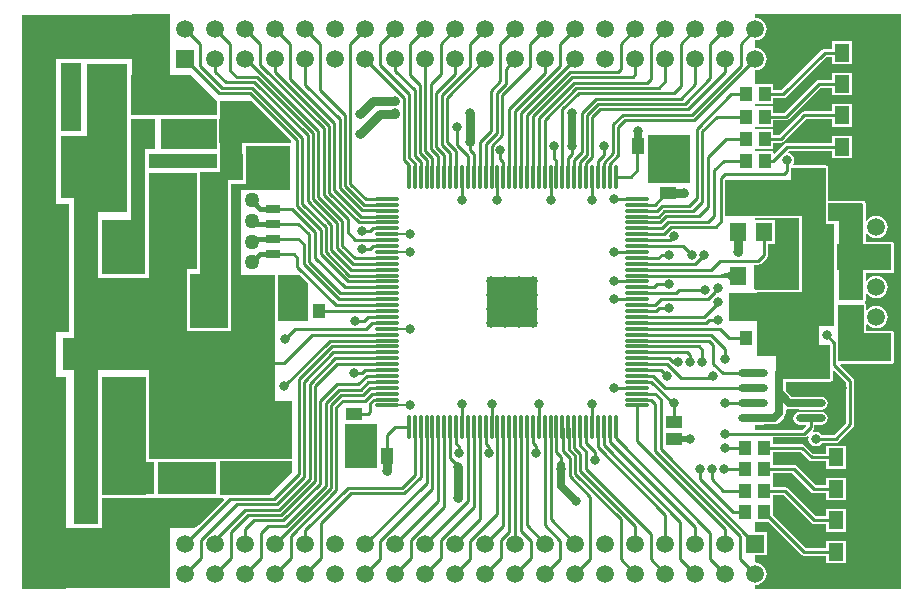
<source format=gtl>
%FSLAX24Y24*%
%MOIN*%
G70*
G01*
G75*
G04 Layer_Physical_Order=1*
G04 Layer_Color=255*
%ADD10C,0.0100*%
%ADD11R,0.0512X0.0394*%
%ADD12O,0.0984X0.0276*%
%ADD13R,0.0394X0.0512*%
%ADD14R,0.0551X0.0433*%
%ADD15R,0.0433X0.0551*%
%ADD16R,0.0512X0.0591*%
%ADD17R,0.1299X0.1063*%
%ADD18R,0.0394X0.1063*%
%ADD19R,0.0472X0.0551*%
%ADD20R,0.0551X0.0630*%
%ADD21R,0.0500X0.0300*%
%ADD22O,0.0118X0.0827*%
%ADD23O,0.0827X0.0118*%
%ADD24R,0.1693X0.1693*%
%ADD25C,0.0200*%
%ADD26C,0.0300*%
%ADD27C,0.0250*%
%ADD28C,0.0600*%
%ADD29C,0.0400*%
%ADD30C,0.0150*%
%ADD31C,0.0079*%
%ADD32R,0.1830X0.1120*%
%ADD33R,0.2080X0.2124*%
%ADD34R,0.0790X0.5280*%
%ADD35R,0.0810X0.1960*%
%ADD36R,0.1310X0.3350*%
%ADD37R,0.1010X0.0210*%
%ADD38R,0.1490X0.1470*%
%ADD39R,0.0370X0.4820*%
%ADD40R,0.0770X0.0910*%
%ADD41R,0.0920X0.5210*%
%ADD42R,0.1260X0.1830*%
%ADD43R,0.1490X0.6150*%
%ADD44R,0.3870X0.4260*%
%ADD45R,0.1270X0.5300*%
%ADD46R,0.1950X0.1110*%
%ADD47R,0.2270X0.0510*%
%ADD48R,0.0780X0.2500*%
%ADD49R,0.1520X0.0820*%
%ADD50R,0.1890X0.1040*%
%ADD51R,0.3710X0.3070*%
%ADD52R,0.1740X0.1110*%
%ADD53R,0.1460X0.3920*%
%ADD54R,0.2270X0.3010*%
%ADD55R,0.0820X0.6210*%
%ADD56R,0.0810X0.5750*%
%ADD57R,0.1610X0.3230*%
%ADD58R,0.0810X0.1040*%
%ADD59R,0.0470X0.5180*%
%ADD60R,0.1430X0.1840*%
%ADD61R,0.1550X0.2090*%
%ADD62R,0.1370X0.4960*%
%ADD63R,0.0720X0.4310*%
%ADD64R,0.4940X0.1510*%
%ADD65R,0.0710X0.2250*%
%ADD66R,0.4950X0.2010*%
%ADD67R,0.1150X1.2100*%
%ADD68R,0.1490X0.7050*%
%ADD69R,0.0640X0.1540*%
%ADD70R,0.1130X0.1610*%
%ADD71R,0.3340X0.1210*%
%ADD72R,0.1110X0.1490*%
%ADD73R,0.1390X0.1590*%
%ADD74R,0.3241X0.0974*%
%ADD75R,0.1470X0.0847*%
%ADD76R,0.1260X0.9560*%
%ADD77R,0.1100X0.3420*%
%ADD78R,0.1180X0.0590*%
%ADD79R,0.0830X0.3230*%
%ADD80R,0.1820X0.0900*%
%ADD81R,0.0850X0.1900*%
%ADD82R,0.1770X0.0950*%
%ADD83R,0.0591X0.0591*%
%ADD84C,0.0591*%
%ADD85R,0.0591X0.0591*%
%ADD86C,0.0320*%
%ADD87C,0.0500*%
G36*
X9620Y10304D02*
Y9020D01*
X8650D01*
Y10570D01*
X9354D01*
X9620Y10304D01*
D02*
G37*
G36*
X26010Y12280D02*
Y10054D01*
X24540D01*
Y10897D01*
X24639D01*
X24689Y10907D01*
X24732Y10936D01*
X24927Y11132D01*
X24956Y11174D01*
X24956Y11174D01*
X24956Y11174D01*
X24966Y11225D01*
Y11595D01*
X25189D01*
Y12382D01*
X24540D01*
Y12450D01*
X26010D01*
Y12280D01*
D02*
G37*
G36*
X8210Y15889D02*
X9060Y15040D01*
Y14940D01*
X7570D01*
X7569Y14940D01*
X6690D01*
Y15760D01*
X6690Y15761D01*
Y16150D01*
X6690Y16151D01*
Y16340D01*
X6690Y16340D01*
X7760D01*
X8210Y15889D01*
D02*
G37*
G36*
X6828Y3064D02*
X5993Y2229D01*
X5840Y2110D01*
X2780D01*
Y3110D01*
X6809D01*
X6828Y3064D01*
D02*
G37*
G36*
X9090Y3980D02*
X8340Y3230D01*
X6690D01*
Y4340D01*
X9090D01*
Y3980D01*
D02*
G37*
G36*
X27577Y6977D02*
Y5633D01*
X27166Y5221D01*
X26759D01*
X26732Y5262D01*
X26653Y5315D01*
X26560Y5333D01*
X26481Y5318D01*
X26457Y5362D01*
X26477Y5382D01*
X26506Y5424D01*
X26506Y5424D01*
X26506Y5424D01*
X26516Y5475D01*
Y5559D01*
X26739D01*
X26823Y5576D01*
X26895Y5624D01*
X26943Y5696D01*
X26960Y5780D01*
X26943Y5864D01*
X26895Y5936D01*
X26823Y5984D01*
X26739Y6001D01*
X26030D01*
X25946Y5984D01*
X25874Y5936D01*
X25826Y5864D01*
X25809Y5780D01*
X25826Y5696D01*
X25874Y5624D01*
X25946Y5576D01*
X26030Y5559D01*
X26218D01*
X26237Y5513D01*
X26126Y5401D01*
X24540D01*
Y5559D01*
X24810D01*
X24875Y5572D01*
X25180D01*
X25259Y5588D01*
X25327Y5633D01*
X25327Y5633D01*
X25327Y5633D01*
X25497Y5803D01*
X25497Y5803D01*
X25542Y5871D01*
X25558Y5950D01*
Y6065D01*
X25601Y6088D01*
X25680Y6072D01*
X25965D01*
X26030Y6059D01*
X26739D01*
X26823Y6076D01*
X26895Y6124D01*
X26943Y6196D01*
X26960Y6280D01*
X26943Y6364D01*
X26895Y6436D01*
X26823Y6484D01*
X26739Y6501D01*
X26030D01*
X25965Y6488D01*
X25766D01*
X25558Y6696D01*
Y7000D01*
X27050D01*
X27081Y7006D01*
X27107Y7023D01*
X27124Y7049D01*
X27130Y7080D01*
Y7359D01*
X27176Y7378D01*
X27577Y6977D01*
D02*
G37*
G36*
X29400Y100D02*
X24540D01*
Y214D01*
X24550Y223D01*
X24648Y236D01*
X24739Y273D01*
X24817Y333D01*
X24877Y411D01*
X24914Y502D01*
X24927Y600D01*
X24914Y698D01*
X24877Y789D01*
X24817Y867D01*
X24739Y927D01*
X24648Y964D01*
X24550Y977D01*
X24540Y986D01*
Y1226D01*
X24924D01*
Y1974D01*
X24540D01*
Y2315D01*
X24540D01*
X24569D01*
X24575Y2315D01*
X24575Y2315D01*
Y2315D01*
X24994D01*
X26075Y1234D01*
X26100Y1217D01*
X26118Y1206D01*
X26168Y1196D01*
X26891D01*
Y953D01*
X27561D01*
Y1701D01*
X26891D01*
Y1458D01*
X26222D01*
X25121Y2560D01*
Y2985D01*
D01*
Y2985D01*
X25121Y2985D01*
Y3032D01*
X25121D01*
Y3235D01*
X25469D01*
X26422Y2282D01*
X26464Y2254D01*
X26464Y2254D01*
X26464Y2254D01*
D01*
X26464Y2254D01*
X26464Y2254D01*
X26515Y2244D01*
X26891D01*
Y2001D01*
X27561D01*
Y2749D01*
X26891D01*
Y2507D01*
X26569D01*
X25616Y3459D01*
X25574Y3488D01*
X25523Y3498D01*
X25121D01*
Y3701D01*
D01*
Y3701D01*
X25121Y3701D01*
Y3749D01*
X25121D01*
Y3952D01*
X25782D01*
X26404Y3331D01*
X26446Y3302D01*
X26497Y3292D01*
X26891D01*
Y3049D01*
X27561D01*
Y3797D01*
X26891D01*
Y3555D01*
X26551D01*
X25929Y4176D01*
X25887Y4205D01*
X25837Y4215D01*
X25121D01*
Y4418D01*
D01*
Y4418D01*
X25121Y4418D01*
Y4465D01*
X25121D01*
Y4669D01*
X26036D01*
X26326Y4379D01*
X26368Y4350D01*
X26419Y4340D01*
X26891D01*
Y4097D01*
X27561D01*
Y4845D01*
X26891D01*
Y4603D01*
X26473D01*
X26183Y4893D01*
X26140Y4921D01*
X26090Y4931D01*
X25121D01*
Y5103D01*
X25121Y5103D01*
D01*
D01*
X25121Y5135D01*
D01*
X25125Y5139D01*
X26180D01*
X26230Y5149D01*
X26273Y5177D01*
X26288Y5193D01*
X26332Y5169D01*
X26317Y5090D01*
X26335Y4997D01*
X26388Y4918D01*
X26467Y4865D01*
X26560Y4847D01*
X26653Y4865D01*
X26732Y4918D01*
X26759Y4959D01*
X27220D01*
X27270Y4969D01*
X27313Y4997D01*
X27802Y5486D01*
X27830Y5529D01*
X27840Y5579D01*
Y7031D01*
X27830Y7081D01*
X27802Y7124D01*
X27382Y7544D01*
X27401Y7590D01*
X29080D01*
X29111Y7596D01*
X29137Y7613D01*
X29154Y7639D01*
X29160Y7670D01*
Y8620D01*
X29154Y8651D01*
X29137Y8677D01*
X29111Y8694D01*
X29080Y8700D01*
X28240D01*
Y8901D01*
X28288Y8917D01*
X28313Y8883D01*
X28391Y8823D01*
X28482Y8786D01*
X28580Y8773D01*
X28678Y8786D01*
X28769Y8823D01*
X28847Y8883D01*
X28907Y8961D01*
X28944Y9052D01*
X28957Y9150D01*
X28944Y9248D01*
X28907Y9339D01*
X28847Y9417D01*
X28769Y9477D01*
X28678Y9514D01*
X28580Y9527D01*
X28482Y9514D01*
X28391Y9477D01*
X28313Y9417D01*
X28288Y9383D01*
X28240Y9399D01*
Y9570D01*
X28234Y9601D01*
X28217Y9627D01*
X28215Y9628D01*
X28206Y9677D01*
X28214Y9689D01*
X28220Y9720D01*
Y9927D01*
X28268Y9943D01*
X28313Y9883D01*
X28391Y9823D01*
X28482Y9786D01*
X28580Y9773D01*
X28678Y9786D01*
X28769Y9823D01*
X28847Y9883D01*
X28907Y9961D01*
X28944Y10052D01*
X28957Y10150D01*
X28944Y10248D01*
X28907Y10339D01*
X28847Y10417D01*
X28769Y10477D01*
X28678Y10514D01*
X28580Y10527D01*
X28482Y10514D01*
X28391Y10477D01*
X28313Y10417D01*
X28268Y10357D01*
X28220Y10373D01*
Y10610D01*
X29090D01*
X29121Y10616D01*
X29147Y10633D01*
X29164Y10659D01*
X29170Y10690D01*
Y11590D01*
X29164Y11621D01*
X29147Y11647D01*
X29121Y11664D01*
X29090Y11670D01*
X28220D01*
Y11927D01*
X28268Y11943D01*
X28313Y11883D01*
X28391Y11823D01*
X28482Y11786D01*
X28580Y11773D01*
X28678Y11786D01*
X28769Y11823D01*
X28847Y11883D01*
X28907Y11961D01*
X28944Y12052D01*
X28957Y12150D01*
X28944Y12248D01*
X28907Y12339D01*
X28847Y12417D01*
X28769Y12477D01*
X28678Y12514D01*
X28580Y12527D01*
X28482Y12514D01*
X28391Y12477D01*
X28313Y12417D01*
X28268Y12357D01*
X28220Y12373D01*
Y12950D01*
X28214Y12981D01*
X28197Y13007D01*
X28171Y13024D01*
X28140Y13030D01*
X26960D01*
Y14140D01*
X26954Y14171D01*
X26937Y14197D01*
X26911Y14214D01*
X26880Y14220D01*
X25827D01*
X25803Y14264D01*
X25825Y14297D01*
X25843Y14390D01*
X25825Y14483D01*
X25772Y14562D01*
X25693Y14615D01*
X25651Y14623D01*
X25641Y14657D01*
X25671Y14697D01*
X27091D01*
Y14455D01*
X27761D01*
Y15203D01*
X27091D01*
Y14960D01*
X25609D01*
X25558Y14950D01*
X25516Y14921D01*
X25187Y14592D01*
X25141Y14612D01*
Y14685D01*
X24589D01*
Y14685D01*
X24575D01*
X24540Y14720D01*
Y14759D01*
X24589D01*
Y14759D01*
X25141D01*
Y14962D01*
X25393D01*
X25444Y14972D01*
X25486Y15001D01*
X26229Y15744D01*
X27091D01*
Y15501D01*
X27761D01*
Y16249D01*
X27091D01*
Y16006D01*
X26175D01*
X26125Y15996D01*
X26082Y15968D01*
X25339Y15225D01*
X25141D01*
Y15428D01*
X24589D01*
Y15428D01*
X24575D01*
X24540Y15463D01*
Y15502D01*
X24589D01*
Y15502D01*
X25141D01*
Y15705D01*
X25567D01*
X25617Y15715D01*
X25659Y15744D01*
X26706Y16790D01*
X27091D01*
Y16547D01*
X27761D01*
Y17295D01*
X27091D01*
Y17053D01*
X26651D01*
X26601Y17043D01*
X26559Y17014D01*
X25512Y15968D01*
X25141D01*
Y16171D01*
X24589D01*
Y16171D01*
X24575D01*
X24540Y16207D01*
Y16245D01*
X24589D01*
Y16245D01*
X25141D01*
Y16449D01*
X25470D01*
X25520Y16459D01*
X25563Y16487D01*
X26912Y17837D01*
X27091D01*
Y17594D01*
X27761D01*
Y18342D01*
X27091D01*
Y18099D01*
X26858D01*
X26808Y18089D01*
X26765Y18061D01*
X25416Y16711D01*
X25141D01*
Y16915D01*
X24589D01*
Y16915D01*
X24575D01*
X24540Y16950D01*
Y17364D01*
X24550Y17373D01*
X24648Y17386D01*
X24739Y17423D01*
X24817Y17483D01*
X24877Y17561D01*
X24914Y17652D01*
X24927Y17750D01*
X24914Y17848D01*
X24877Y17939D01*
X24817Y18017D01*
X24739Y18077D01*
X24648Y18114D01*
X24550Y18127D01*
X24540Y18136D01*
Y18364D01*
X24550Y18373D01*
X24648Y18386D01*
X24739Y18423D01*
X24817Y18483D01*
X24877Y18561D01*
X24914Y18652D01*
X24927Y18750D01*
X24914Y18848D01*
X24877Y18939D01*
X24817Y19017D01*
X24739Y19077D01*
X24648Y19114D01*
X24550Y19127D01*
X24540Y19136D01*
Y19250D01*
X29400D01*
Y100D01*
D02*
G37*
G36*
X6610Y16340D02*
Y16151D01*
X6610Y16150D01*
Y15900D01*
X3730D01*
Y17230D01*
X5720D01*
X6610Y16340D01*
D02*
G37*
%LPC*%
G36*
X4670Y16713D02*
Y16530D01*
X4853D01*
X4845Y16573D01*
X4792Y16652D01*
X4713Y16705D01*
X4670Y16713D01*
D02*
G37*
G36*
X4570D02*
X4527Y16705D01*
X4448Y16652D01*
X4395Y16573D01*
X4387Y16530D01*
X4570D01*
Y16713D01*
D02*
G37*
G36*
Y16430D02*
X4387D01*
X4395Y16387D01*
X4448Y16308D01*
X4527Y16255D01*
X4570Y16247D01*
Y16430D01*
D02*
G37*
G36*
X4853D02*
X4670D01*
Y16247D01*
X4713Y16255D01*
X4792Y16308D01*
X4845Y16387D01*
X4853Y16430D01*
D02*
G37*
%LPD*%
D10*
X23880Y10447D02*
G03*
X23665Y10536I-214J-214D01*
G01*
X23809Y10376D02*
G03*
X23424Y10536I-385J-385D01*
G01*
X23665D02*
G03*
X23880Y10625I0J303D01*
G01*
X23424Y10536D02*
G03*
X23809Y10695I0J545D01*
G01*
X9206Y8746D02*
X11556D01*
X8870Y8410D02*
X9206Y8746D01*
X9777Y8567D02*
X12267D01*
X8840Y7630D02*
X9777Y8567D01*
X10600Y7589D02*
X12261D01*
X9866Y6855D02*
X10600Y7589D01*
X9866Y3678D02*
Y6855D01*
X10538Y7780D02*
X12267D01*
X9687Y6929D02*
X10538Y7780D01*
X9687Y3757D02*
Y6929D01*
X10482Y7977D02*
X12267D01*
X9509Y7003D02*
X10482Y7977D01*
X9509Y3831D02*
Y7003D01*
X10426Y8174D02*
X12267D01*
X9330Y7077D02*
X10426Y8174D01*
X9330Y3920D02*
Y7077D01*
X10370Y8370D02*
X12267D01*
X8840Y6840D02*
X10370Y8370D01*
X22130Y11520D02*
X22420Y11230D01*
X20613Y11520D02*
X22130D01*
X20613Y10930D02*
X22550D01*
X22850Y11230D01*
X23359Y11029D02*
X24639D01*
X23063Y10733D02*
X23359Y11029D01*
X20613Y10733D02*
X23063D01*
X23010Y9060D02*
X23310D01*
X22911Y8961D02*
X23010Y9060D01*
X20613Y8961D02*
X22911D01*
X22067Y7130D02*
X23090D01*
X21614Y7583D02*
X22067Y7130D01*
X20613Y7583D02*
X21614D01*
X21790Y7660D02*
X21980D01*
X21670Y7780D02*
X21790Y7660D01*
X20613Y7780D02*
X21670D01*
X25609Y14829D02*
X27426D01*
X25130Y14350D02*
X25609Y14829D01*
X24865Y14350D02*
X25130D01*
X25600Y14010D02*
Y14400D01*
X25510Y13920D02*
X25600Y14010D01*
X23530Y13920D02*
X25510D01*
X26175Y15875D02*
X27426D01*
X25393Y15093D02*
X26175Y15875D01*
X24865Y15093D02*
X25393D01*
X23410Y13800D02*
X23530Y13920D01*
X23410Y12340D02*
Y13800D01*
X21206Y12898D02*
X21650Y13342D01*
X26651Y16921D02*
X27426D01*
X25567Y15837D02*
X26651Y16921D01*
X24865Y15837D02*
X25567D01*
X26858Y17968D02*
X27426D01*
X25470Y16580D02*
X26858Y17968D01*
X24865Y16580D02*
X25470D01*
X22600Y13130D02*
Y15430D01*
X22334Y12864D02*
X22600Y13130D01*
X21424Y12864D02*
X22334D01*
X22475Y12685D02*
X22779Y12989D01*
Y15356D01*
X23259Y15837D01*
X22600Y15430D02*
X23750Y16580D01*
X21498Y12685D02*
X22475D01*
X22980Y12810D02*
Y14490D01*
X22676Y12506D02*
X22980Y12810D01*
X21572Y12506D02*
X22676D01*
X23583Y15093D02*
X24235D01*
X22980Y14490D02*
X23583Y15093D01*
X23180Y12530D02*
Y14040D01*
X22977Y12327D02*
X23180Y12530D01*
X21646Y12327D02*
X22977D01*
X23490Y14350D02*
X24235D01*
X23180Y14040D02*
X23490Y14350D01*
X23219Y12149D02*
X23410Y12340D01*
X21720Y12149D02*
X23219D01*
X26560Y5090D02*
X27220D01*
X20613Y14043D02*
Y14860D01*
X20197Y15717D02*
X22517D01*
X20123Y15896D02*
X22436D01*
X19375Y16075D02*
X22295D01*
X19301Y16254D02*
X22184D01*
X19227Y16432D02*
X22052D01*
X18651Y16611D02*
X21831D01*
X21320Y16790D02*
X21550Y17020D01*
X18577Y16790D02*
X21320D01*
X20928Y16968D02*
X21060Y17100D01*
X18503Y16968D02*
X20928D01*
X20457Y17147D02*
X20550Y17240D01*
X18429Y17147D02*
X20457D01*
X22517Y15717D02*
X24550Y17750D01*
X19966Y17326D02*
X20060Y17420D01*
X18355Y17326D02*
X19966D01*
X21831Y16611D02*
X22060Y16840D01*
X22052Y16432D02*
X22550Y16930D01*
X22184Y16254D02*
X23050Y17120D01*
X22295Y16075D02*
X23550Y17330D01*
X22436Y15896D02*
X24070Y17530D01*
X19980Y15500D02*
X20197Y15717D01*
X20550Y17240D02*
Y17750D01*
X20060Y17420D02*
Y18260D01*
X14964Y13823D02*
Y14531D01*
X14570Y13823D02*
Y14672D01*
X14373Y13823D02*
Y14616D01*
X14176Y13823D02*
Y14560D01*
X13979Y13823D02*
Y14505D01*
X13783Y13823D02*
Y14449D01*
X13586Y13823D02*
Y14393D01*
X13389Y13823D02*
Y14337D01*
X13192Y13823D02*
Y14281D01*
X13014Y14459D02*
X13192Y14281D01*
X13193Y14533D02*
X13389Y14337D01*
X13371Y14607D02*
X13586Y14393D01*
X13550Y14681D02*
X13783Y14449D01*
X13730Y14754D02*
X13979Y14505D01*
X13911Y14825D02*
X14176Y14560D01*
X14090Y14899D02*
X14373Y14616D01*
X14270Y14972D02*
X14570Y14672D01*
X14600Y14895D02*
X14964Y14531D01*
X13550Y14681D02*
Y17750D01*
X13371Y14607D02*
Y16899D01*
X13193Y14533D02*
Y16707D01*
X13014Y14459D02*
Y16576D01*
X14600Y14895D02*
Y15430D01*
X14270Y14972D02*
Y16470D01*
X14090Y14899D02*
Y16543D01*
X13911Y14825D02*
Y16617D01*
X13730Y14754D02*
Y16930D01*
X12995Y13823D02*
Y14225D01*
X12835Y14385D02*
X12995Y14225D01*
X12835Y14385D02*
Y16465D01*
X12040Y17550D02*
X13014Y16576D01*
X11609Y17691D02*
X12835Y16465D01*
X14600Y15430D02*
X14690Y15520D01*
X14600Y15480D02*
X14690D01*
X15357Y14977D02*
X15743Y15363D01*
X15357Y13823D02*
Y14977D01*
X15554Y14921D02*
X15921Y15288D01*
X15554Y13823D02*
Y14921D01*
X15751Y14865D02*
X16100Y15214D01*
X15751Y13823D02*
Y14865D01*
X16100Y15214D02*
Y16549D01*
X15921Y15288D02*
Y16623D01*
X15743Y15363D02*
Y16697D01*
X14690Y15480D02*
Y15520D01*
X15160Y13823D02*
Y14590D01*
X15020Y14730D02*
X15160Y14590D01*
X15020Y14730D02*
Y15000D01*
X14270Y16470D02*
X15550Y17750D01*
X12550Y17350D02*
X13193Y16707D01*
X12040Y17550D02*
Y18240D01*
X12550Y17350D02*
Y17750D01*
X13730Y16930D02*
X14070Y17270D01*
X13911Y16617D02*
X14550Y17256D01*
X14090Y16543D02*
X15050Y17503D01*
X14070Y18270D02*
X14550Y18750D01*
X14070Y17270D02*
Y18270D01*
X13050Y17220D02*
X13371Y16899D01*
X16050Y17005D02*
Y18250D01*
X15743Y16697D02*
X16050Y17005D01*
X16229Y16930D02*
Y17429D01*
X15921Y16623D02*
X16229Y16930D01*
X16100Y16549D02*
X17050Y17499D01*
X16229Y17429D02*
X16550Y17750D01*
X16342Y13823D02*
Y16071D01*
X17550Y17279D01*
X16538Y13823D02*
Y16015D01*
X18050Y17527D01*
X16726Y13832D02*
Y15950D01*
X18464Y17688D01*
X16924Y13832D02*
Y15895D01*
X18355Y17326D01*
X17129Y13823D02*
Y15847D01*
X18429Y17147D01*
X17335Y13832D02*
Y15800D01*
X18503Y16968D01*
X17523Y13823D02*
Y15735D01*
X18577Y16790D01*
X16050Y18250D02*
X16550Y18750D01*
X17050Y17499D02*
Y18250D01*
X11450Y7300D02*
X11536Y7386D01*
X11180Y7300D02*
X11450D01*
X12261Y7589D02*
X12267Y7583D01*
X11313Y6910D02*
X11592Y7189D01*
X11386Y6730D02*
X11648Y6993D01*
X12267D01*
X11457Y6549D02*
X11704Y6796D01*
X12267D01*
X11531Y6370D02*
X11760Y6599D01*
X12267D01*
X11700Y5990D02*
Y6280D01*
X11822Y6402D01*
X12267D01*
X10808Y6370D02*
X11531D01*
X10734Y6549D02*
X11457D01*
X10663Y6730D02*
X11386D01*
X10590Y6910D02*
X11313D01*
X8500Y3090D02*
X9330Y3920D01*
X7040Y3090D02*
X8500D01*
X8640Y2962D02*
X9509Y3831D01*
X8640Y2957D02*
Y2962D01*
X8594Y2911D02*
X8640Y2957D01*
X8819Y2888D02*
X9687Y3757D01*
X8819Y2883D02*
Y2888D01*
X8668Y2733D02*
X8819Y2883D01*
X8742Y2554D02*
X9866Y3678D01*
X8816Y2375D02*
X10045Y3604D01*
X8890Y2196D02*
X10224Y3530D01*
X8550Y1600D02*
X10402Y3452D01*
X9070Y1867D02*
X10581Y3378D01*
X9070Y1120D02*
Y1867D01*
X7262Y2911D02*
X8594D01*
X7550Y2733D02*
X8668D01*
X7624Y2554D02*
X8742D01*
X7845Y2375D02*
X8816D01*
X10045Y3604D02*
Y6365D01*
X8296Y2196D02*
X8890D01*
X10224Y3530D02*
Y6291D01*
X10402Y3452D02*
Y6217D01*
X10581Y3378D02*
Y6143D01*
X10808Y6370D01*
X10402Y6217D02*
X10734Y6549D01*
X10224Y6291D02*
X10663Y6730D01*
X10045Y6365D02*
X10590Y6910D01*
X8060Y1960D02*
X8296Y2196D01*
X7550Y2080D02*
X7845Y2375D01*
X7060Y1989D02*
X7624Y2554D01*
X6550Y1732D02*
X7550Y2733D01*
X6060Y1710D02*
X7262Y2911D01*
X5550Y1600D02*
X7040Y3090D01*
X7700Y16620D02*
X9263Y15057D01*
X6680Y16620D02*
X7700D01*
X9263Y12860D02*
Y15057D01*
X7774Y16799D02*
X9441Y15131D01*
X7848Y16977D02*
X9620Y15205D01*
X7922Y17156D02*
X9799Y15280D01*
X7581Y17750D02*
X9978Y15354D01*
X8040Y17567D02*
X10156Y15451D01*
X8550Y17310D02*
X10335Y15525D01*
X8550Y17310D02*
Y17750D01*
X9050Y17100D02*
X10514Y15636D01*
X9050Y17100D02*
Y18250D01*
X6771Y16799D02*
X7774D01*
X9441Y12934D02*
Y15131D01*
X6893Y16977D02*
X7848D01*
X9620Y13008D02*
Y15205D01*
X7254Y17156D02*
X7922D01*
X9799Y13082D02*
Y15280D01*
X9978Y13156D02*
Y15354D01*
X10156Y13230D02*
Y15451D01*
X10335Y13304D02*
Y15525D01*
X10514Y13378D02*
Y15636D01*
X9550Y16890D02*
X10693Y15747D01*
X9550Y16890D02*
Y17750D01*
X10040Y16730D02*
X10871Y15899D01*
X10040Y16730D02*
Y18260D01*
X10693Y13452D02*
Y15747D01*
X10871Y13526D02*
Y15899D01*
X22970Y9750D02*
X23210Y9990D01*
X24639Y11029D02*
X24835Y11225D01*
Y11988D01*
X11635Y5925D02*
X11700Y5990D01*
X11180Y5925D02*
X11635D01*
X11592Y7189D02*
X12267D01*
X11536Y7386D02*
X12267D01*
X11771Y8961D02*
X12267D01*
X11556Y8746D02*
X11771Y8961D01*
X11628Y9158D02*
X12267D01*
X11507Y9037D02*
X11628Y9158D01*
X11207Y9037D02*
X11507D01*
X16145Y13823D02*
Y14315D01*
X16050Y14410D02*
X16145Y14315D01*
X16050Y14410D02*
Y14720D01*
X21270Y10240D02*
X21660D01*
X21172Y10142D02*
X21270Y10240D01*
X20613Y10142D02*
X21172D01*
X20613Y10536D02*
X23969D01*
X18895Y4083D02*
Y4676D01*
X18716Y4009D02*
Y4602D01*
X18537Y3935D02*
Y4528D01*
X18359Y3851D02*
Y4454D01*
X18122Y4690D02*
X18359Y4454D01*
X18319Y4746D02*
X18537Y4528D01*
X18516Y4802D02*
X18716Y4602D01*
X18713Y4858D02*
X18895Y4676D01*
X18713Y4858D02*
Y5468D01*
X18516Y4802D02*
Y5468D01*
X18319Y4746D02*
Y5468D01*
X18122Y4690D02*
Y5468D01*
X18070Y4230D02*
Y4490D01*
X17916Y4644D02*
X18070Y4490D01*
X17916Y4644D02*
Y5477D01*
X18910Y4940D02*
Y5468D01*
Y4940D02*
X19190Y4660D01*
X14660Y4620D02*
Y4840D01*
X14570Y4930D02*
X14660Y4840D01*
X14570Y4930D02*
Y5477D01*
X17230Y4620D02*
Y4860D01*
X17129Y4961D02*
X17230Y4860D01*
X17129Y4961D02*
Y5477D01*
X15660Y4630D02*
Y4820D01*
X15554Y4926D02*
X15660Y4820D01*
X15554Y4926D02*
Y5477D01*
X19190Y4400D02*
Y4660D01*
X14060Y1710D02*
X15160Y2810D01*
X21820Y5855D02*
Y6250D01*
X19885Y5115D02*
X23050Y1950D01*
X19688Y5002D02*
X22530Y2160D01*
X19491Y4879D02*
X22050Y2320D01*
X21550Y1600D02*
Y2553D01*
X19294Y4808D02*
X21550Y2553D01*
X20613Y5031D02*
X23550Y2094D01*
X21210Y4687D02*
X24047Y1850D01*
X21389Y4761D02*
X24550Y1600D01*
X21389Y4761D02*
Y6421D01*
X21077Y6993D02*
X21820Y6250D01*
X21550Y6780D02*
X24455D01*
X21141Y7189D02*
X21550Y6780D01*
X21211Y6599D02*
X21389Y6421D01*
X23100Y3750D02*
Y4090D01*
Y3750D02*
X23483Y3367D01*
X22700Y3750D02*
Y4090D01*
X23800Y2650D02*
X24075D01*
X22700Y3750D02*
X23800Y2650D01*
X19050Y1100D02*
Y3160D01*
X18359Y3851D02*
X19050Y3160D01*
X18537Y3935D02*
X20060Y2413D01*
X18716Y4009D02*
X20550Y2176D01*
X18895Y4083D02*
X21060Y1918D01*
X20060Y1090D02*
Y2413D01*
X20550Y1600D02*
Y2176D01*
X21060Y1090D02*
Y1918D01*
X21687Y11717D02*
X21840Y11870D01*
X19980Y14538D02*
Y15500D01*
X19801Y14612D02*
Y15574D01*
X19491Y14302D02*
X19801Y14612D01*
Y15574D02*
X20123Y15896D01*
X19116Y15816D02*
X19375Y16075D01*
X18937Y15890D02*
X19301Y16254D01*
X18758Y15964D02*
X19227Y16432D01*
X18113Y16073D02*
X18651Y16611D01*
X22060Y16840D02*
Y18260D01*
X21550Y17020D02*
Y17750D01*
X19885Y13823D02*
X20393D01*
X20613Y14043D01*
X19688Y14246D02*
X19980Y14538D01*
X18758Y14638D02*
Y15964D01*
X18937Y14564D02*
Y15890D01*
X19116Y14490D02*
Y15816D01*
X18402Y17750D02*
X18464Y17688D01*
X18050Y17527D02*
Y18250D01*
X17550Y17279D02*
Y17750D01*
X18113Y13823D02*
Y16073D01*
X11050Y13600D02*
Y18250D01*
Y13600D02*
X11555Y13095D01*
X10871Y13526D02*
X11499Y12898D01*
X10693Y13452D02*
X11434Y12710D01*
X10514Y13378D02*
X11387Y12504D01*
X10335Y13304D02*
X11330Y12309D01*
X10156Y13230D02*
X10952Y12434D01*
X9978Y13156D02*
X10774Y12360D01*
X9799Y13082D02*
X10595Y12286D01*
X9620Y13008D02*
X10416Y12212D01*
X9441Y12934D02*
X10237Y12138D01*
X9263Y12860D02*
X10059Y12063D01*
X15160Y2810D02*
Y5477D01*
X15357Y2407D02*
Y5477D01*
X14550Y1600D02*
X15357Y2407D01*
X21318Y12504D02*
X21498Y12685D01*
X21374Y12307D02*
X21572Y12506D01*
X21430Y12111D02*
X21646Y12327D01*
X21485Y11914D02*
X21720Y12149D01*
X21262Y12701D02*
X21424Y12864D01*
X20613Y12307D02*
X21374D01*
X20613Y12111D02*
X21430D01*
X20613Y11914D02*
X21485D01*
X20613Y12504D02*
X21318D01*
X20613Y11717D02*
X21687D01*
X20613Y12701D02*
X21262D01*
X20613Y12898D02*
X21206D01*
X11555Y13095D02*
X12267D01*
X11499Y12898D02*
X12267D01*
X12769Y3469D02*
X13192Y3892D01*
X12843Y3290D02*
X13389Y3836D01*
X22831Y9151D02*
X23220Y9540D01*
X20620Y9151D02*
X22831D01*
X21390Y9750D02*
X22970D01*
X22010Y10050D02*
X22860D01*
X21905Y9945D02*
X22010Y10050D01*
X20613Y9945D02*
X21905D01*
X26168Y1327D02*
X27226D01*
X24845Y2650D02*
X26168Y1327D01*
X26515Y2375D02*
X27226D01*
X25523Y3367D02*
X26515Y2375D01*
X24845Y3367D02*
X25523D01*
X26497Y3423D02*
X27226D01*
X25837Y4083D02*
X26497Y3423D01*
X24845Y4083D02*
X25837D01*
X23520Y4800D02*
X24215D01*
X26385Y5475D02*
Y5780D01*
X26180Y5270D02*
X26385Y5475D01*
X23530Y5270D02*
X26180D01*
X23483Y3367D02*
X24075D01*
Y4083D02*
X24215Y4223D01*
X23500Y4083D02*
X24075D01*
Y3367D02*
X24215Y3507D01*
X24075Y2650D02*
X24215Y2790D01*
X21404Y7386D02*
X21540Y7250D01*
X20613Y7386D02*
X21404D01*
X23090Y7130D02*
X23140Y7180D01*
X21210Y4687D02*
Y6260D01*
X20613Y5031D02*
Y6205D01*
Y8174D02*
X22666D01*
X22780Y8060D01*
Y7740D02*
Y8060D01*
X20613Y7977D02*
X22274D01*
X22380Y7871D01*
Y7660D02*
Y7871D01*
X20613Y6993D02*
X21077D01*
X20613Y6599D02*
X21211D01*
X21068Y6402D02*
X21210Y6260D01*
X20613Y6402D02*
X21068D01*
X21660Y9440D02*
X21670D01*
X21333D02*
X21660D01*
X21316Y11126D02*
X21420Y11230D01*
X20613Y11126D02*
X21316D01*
X21420Y11230D02*
X21660D01*
X21192Y9552D02*
X21390Y9750D01*
X23530Y6280D02*
X24455D01*
X20613Y7189D02*
X21141D01*
X20613Y8370D02*
X22998D01*
X20613Y8567D02*
X23054D01*
X23530Y8091D01*
X22998Y8370D02*
X23150Y8218D01*
X23470Y7280D02*
X24455D01*
X23150Y7600D02*
X23470Y7280D01*
X23530Y7760D02*
Y8091D01*
X23150Y7600D02*
Y8218D01*
X20613Y8567D02*
X20613Y8567D01*
X19885Y5115D02*
Y5477D01*
X23050Y1100D02*
Y1950D01*
Y1100D02*
X23550Y600D01*
X22530Y2120D02*
Y2160D01*
Y2120D02*
X22550Y2100D01*
Y1600D02*
Y2100D01*
X22050Y1100D02*
Y2320D01*
Y1100D02*
X22550Y600D01*
X19491Y4879D02*
Y5477D01*
X19294Y4808D02*
Y5477D01*
X19688Y5002D02*
Y5477D01*
X17523Y2227D02*
Y5477D01*
X16932Y2218D02*
Y5477D01*
Y2218D02*
X17550Y1600D01*
X17720Y2430D02*
Y5477D01*
X15050Y1700D02*
X15949Y2598D01*
Y5476D01*
X15948Y5477D02*
X15949Y5476D01*
X16145Y2195D02*
Y5477D01*
X15550Y1600D02*
X16145Y2195D01*
X16342Y1991D02*
Y5477D01*
X16070Y1720D02*
X16342Y1991D01*
X16538Y1612D02*
Y5477D01*
X14371Y4449D02*
X14670Y4150D01*
X14371Y4449D02*
Y5475D01*
X14373Y5477D01*
X18901D02*
X18910Y5468D01*
X18113Y5477D02*
X18122Y5468D01*
X18310Y5477D02*
X18319Y5468D01*
X18507Y5477D02*
X18516Y5468D01*
X18704Y5477D02*
X18713Y5468D01*
X17720Y2430D02*
X18550Y1600D01*
X17523Y2227D02*
X18050Y1700D01*
X20613Y9158D02*
X20620Y9151D01*
X20613Y9355D02*
X21247D01*
X21333Y9440D01*
X20613Y9552D02*
X21192D01*
X18507Y14387D02*
X18758Y14638D01*
X18704Y14331D02*
X18937Y14564D01*
X18901Y14275D02*
X19116Y14490D01*
X11609Y17691D02*
Y17809D01*
X11624Y17824D01*
X11050Y18250D02*
X11550Y18750D01*
X21060Y17100D02*
Y18260D01*
X22550Y16930D02*
Y17750D01*
X23050Y17120D02*
Y18250D01*
X23550Y17330D02*
Y17750D01*
X12258Y6787D02*
X12267Y6796D01*
Y4450D02*
Y5217D01*
X12527Y5477D01*
X12995D01*
X13389Y3836D02*
Y5477D01*
X13192Y3892D02*
Y5477D01*
X19688Y13823D02*
Y14246D01*
X6550Y1600D02*
Y1732D01*
X14176Y2826D02*
Y5477D01*
X12550Y1600D02*
X13979Y3029D01*
Y5477D01*
X13783Y3432D02*
Y5477D01*
X11550Y1600D02*
X13586Y3636D01*
Y5477D01*
X16538Y1612D02*
X16550Y1600D01*
X16735Y2014D02*
Y5477D01*
X24047Y1103D02*
X24550Y600D01*
X23259Y15837D02*
X24235D01*
X23750Y16580D02*
X24235D01*
X17820Y14440D02*
Y14850D01*
Y14440D02*
X17916Y14344D01*
X16924Y13832D02*
X16932Y13823D01*
X19294Y13823D02*
Y14358D01*
X19491Y13823D02*
Y14302D01*
X19294Y14358D02*
X19490Y14554D01*
Y14850D01*
X18430Y14590D02*
Y14850D01*
X18310Y14470D02*
X18430Y14590D01*
X18310Y13823D02*
Y14470D01*
X18901Y13823D02*
Y14275D01*
X18704Y13823D02*
Y14331D01*
X18507Y13823D02*
Y14387D01*
X19294Y13823D02*
X19294Y13823D01*
X17916Y13823D02*
Y14344D01*
X16726Y13832D02*
X16735Y13823D01*
X18402Y17750D02*
X18550D01*
X20434D02*
X20550D01*
X17326Y13823D02*
X17335Y13832D01*
X14550Y17256D02*
Y17750D01*
X15050Y17503D02*
Y18250D01*
X13050Y17220D02*
Y18250D01*
X11213Y11717D02*
X12267D01*
X12266Y12309D02*
X12267Y12307D01*
X12258Y12710D02*
X12267Y12701D01*
X11430Y12020D02*
X11700D01*
X11791Y12111D01*
X11790Y11520D02*
X12267D01*
X11690Y11420D02*
X11790Y11520D01*
X11420Y11420D02*
X11690D01*
X7050Y17360D02*
X7254Y17156D01*
X7050Y17360D02*
Y18250D01*
X6550Y17320D02*
X6893Y16977D01*
X6550Y17320D02*
Y17750D01*
X11791Y12111D02*
X12267D01*
X10005Y9355D02*
X12267D01*
X9550Y18750D02*
X10040Y18260D01*
X8040Y17567D02*
Y18260D01*
X6050Y17520D02*
X6771Y16799D01*
X5550Y17750D02*
X6680Y16620D01*
X6050Y17520D02*
Y18250D01*
X7550Y17750D02*
X7581D01*
X24070Y17530D02*
Y18270D01*
X5550Y18750D02*
X6050Y18250D01*
X6550Y18750D02*
X7050Y18250D01*
X7550Y18750D02*
X8040Y18260D01*
X8550Y18750D02*
X9050Y18250D01*
X13050D02*
X13550Y18750D01*
X15050Y18250D02*
X15550Y18750D01*
X17050Y18250D02*
X17550Y18750D01*
X18050Y18250D02*
X18550Y18750D01*
X20060Y18260D02*
X20550Y18750D01*
X21060Y18260D02*
X21550Y18750D01*
X22060Y18260D02*
X22550Y18750D01*
X23050Y18250D02*
X23550Y18750D01*
X24070Y18270D02*
X24550Y18750D01*
X12040Y18240D02*
X12550Y18750D01*
X7550Y1600D02*
Y2080D01*
Y600D02*
X8060Y1110D01*
Y1960D01*
X8550Y600D02*
X9070Y1120D01*
X9550Y600D02*
X10070Y1120D01*
X11550Y600D02*
X12050Y1100D01*
Y1700D01*
X13783Y3432D01*
X5550Y600D02*
X6060Y1110D01*
Y1710D01*
X6550Y600D02*
X7060Y1110D01*
Y1989D01*
X12550Y600D02*
X13060Y1110D01*
Y1710D01*
X14176Y2826D01*
X13550Y600D02*
X14060Y1110D01*
Y1710D01*
X14550Y600D02*
X15050Y1100D01*
Y1700D01*
X15550Y600D02*
X16070Y1120D01*
Y1720D01*
X16550Y600D02*
X17060Y1110D01*
Y1690D01*
X16735Y2014D02*
X17060Y1690D01*
X17550Y600D02*
X18050Y1100D01*
Y1700D01*
X18550Y600D02*
X19050Y1100D01*
X20060Y1090D02*
X20550Y600D01*
X21060Y1090D02*
X21550Y600D01*
X24047Y1103D02*
Y1850D01*
X23550Y1600D02*
Y2094D01*
X11434Y12710D02*
X12258D01*
X11387Y12504D02*
X12267D01*
X11330Y12309D02*
X12266D01*
X11185Y11126D02*
X12267D01*
X11129Y10930D02*
X12267D01*
X11073Y10733D02*
X12267D01*
X11017Y10536D02*
X12267D01*
X10961Y10339D02*
X12267D01*
X10868Y10142D02*
X12267D01*
X10952Y11978D02*
Y12434D01*
Y11978D02*
X11213Y11717D01*
X10774Y11537D02*
X11185Y11126D01*
X10774Y11537D02*
Y12360D01*
X10595Y11463D02*
X11129Y10930D01*
X10595Y11463D02*
Y12286D01*
X10416Y11389D02*
X11073Y10733D01*
X10416Y11389D02*
Y12212D01*
X10237Y11315D02*
X11017Y10536D01*
X10237Y11315D02*
Y12138D01*
X10059Y11241D02*
X10961Y10339D01*
X10059Y11241D02*
Y12063D01*
X9880Y11130D02*
X10868Y10142D01*
X10652Y9748D02*
X12267D01*
X9670Y10983D02*
X10707Y9945D01*
X12267D01*
X10558Y9552D02*
X12267D01*
X9280Y10830D02*
X10558Y9552D01*
X8158Y12770D02*
X9090D01*
X9880Y11980D01*
Y11130D02*
Y11980D01*
X8158Y12266D02*
X9314D01*
X9670Y11910D01*
Y10983D02*
Y11910D01*
X9490Y10910D02*
X10652Y9748D01*
X8158Y11762D02*
X9308D01*
X9490Y11580D01*
Y10910D02*
Y11580D01*
X8158Y11258D02*
X9152D01*
X9280Y11130D01*
Y10830D02*
Y11130D01*
X14964Y3014D02*
Y5477D01*
X13550Y1600D02*
X14964Y3014D01*
X14767Y5477D02*
Y6247D01*
X15751Y5477D02*
Y6251D01*
X17326Y5477D02*
Y6246D01*
X19097Y5477D02*
Y6247D01*
X19846Y6796D02*
X20613D01*
X19838Y9748D02*
X20613D01*
X19839Y10339D02*
X20613D01*
X19843Y11323D02*
X20613D01*
X19845Y13095D02*
X20613D01*
X19097Y13053D02*
Y13823D01*
X17720Y13050D02*
Y13823D01*
X15948Y13052D02*
Y13823D01*
X14767Y13053D02*
Y13823D01*
X27220Y5090D02*
X27709Y5579D01*
X26930Y8550D02*
X27180Y8300D01*
Y7560D02*
Y8300D01*
Y7560D02*
X27709Y7031D01*
Y5579D02*
Y7031D01*
X20613Y8764D02*
X23376D01*
X23670Y8470D01*
X24225D01*
X24845Y4800D02*
X26090D01*
X26419Y4471D01*
X27226D01*
X9550Y1600D02*
Y2050D01*
X10969Y3469D01*
X12769D01*
X10070Y1120D02*
Y2280D01*
X11080Y3290D01*
X12843D01*
X8150Y7630D02*
X8840D01*
D11*
X27630Y9335D02*
D03*
Y9965D02*
D03*
D12*
X24455Y7280D02*
D03*
Y6780D02*
D03*
Y6280D02*
D03*
Y5780D02*
D03*
X26385Y7280D02*
D03*
Y6780D02*
D03*
Y6280D02*
D03*
Y5780D02*
D03*
D13*
X24225Y8470D02*
D03*
X24855D02*
D03*
X24235Y14350D02*
D03*
X24865D02*
D03*
X24235Y15093D02*
D03*
X24865D02*
D03*
Y15837D02*
D03*
X24235D02*
D03*
X24865Y16580D02*
D03*
X24235D02*
D03*
X10005Y9350D02*
D03*
X9375D02*
D03*
X1645Y15650D02*
D03*
X1015D02*
D03*
X24845Y2650D02*
D03*
X24215D02*
D03*
X24845Y3367D02*
D03*
X24215D02*
D03*
Y4083D02*
D03*
X24845D02*
D03*
X24215Y4800D02*
D03*
X24845D02*
D03*
D14*
X21820Y5075D02*
D03*
Y5665D02*
D03*
X11180Y5925D02*
D03*
Y5335D02*
D03*
X21650Y13285D02*
D03*
Y13875D02*
D03*
X25660Y12194D02*
D03*
Y12785D02*
D03*
X25660Y10309D02*
D03*
Y9718D02*
D03*
X7880Y15205D02*
D03*
Y14615D02*
D03*
X7850Y4095D02*
D03*
Y4685D02*
D03*
D15*
X21226Y14860D02*
D03*
X20635D02*
D03*
X11675Y4530D02*
D03*
X12265D02*
D03*
X4563Y11307D02*
D03*
X3972D02*
D03*
X4565Y12000D02*
D03*
X3975D02*
D03*
X4595Y5510D02*
D03*
X4005D02*
D03*
X4595Y6200D02*
D03*
X4005D02*
D03*
D16*
X28174Y14829D02*
D03*
X27426D02*
D03*
X28174Y15875D02*
D03*
X27426D02*
D03*
X28174Y16921D02*
D03*
X27426D02*
D03*
X28174Y17968D02*
D03*
X27426D02*
D03*
X27974Y4471D02*
D03*
X27226D02*
D03*
X27974Y3423D02*
D03*
X27226D02*
D03*
X27974Y2375D02*
D03*
X27226D02*
D03*
X27974Y1327D02*
D03*
X27226D02*
D03*
X2554Y17160D02*
D03*
X1806D02*
D03*
D17*
X2100Y7918D02*
D03*
Y13705D02*
D03*
D18*
X3006Y5595D02*
D03*
X2100D02*
D03*
X1194D02*
D03*
X3006Y11382D02*
D03*
X2100D02*
D03*
X1194D02*
D03*
D19*
X6965Y4020D02*
D03*
X6335D02*
D03*
X6965Y15273D02*
D03*
X6335D02*
D03*
D20*
X23957Y9523D02*
D03*
X24835Y9512D02*
D03*
X23969Y10536D02*
D03*
X24835D02*
D03*
X23969Y11988D02*
D03*
X24835D02*
D03*
X23969Y13012D02*
D03*
X24846Y13001D02*
D03*
D21*
X5458Y12770D02*
D03*
Y12266D02*
D03*
Y11762D02*
D03*
Y11258D02*
D03*
X8458Y11258D02*
D03*
Y11762D02*
D03*
Y12266D02*
D03*
Y12770D02*
D03*
D22*
X19885Y5477D02*
D03*
X19688D02*
D03*
X19491D02*
D03*
X19294D02*
D03*
X19097D02*
D03*
X18901D02*
D03*
X18704D02*
D03*
X18507D02*
D03*
X18310D02*
D03*
X18113D02*
D03*
X17916D02*
D03*
X17720D02*
D03*
X17523D02*
D03*
X17326D02*
D03*
X17129D02*
D03*
X16932D02*
D03*
X16735D02*
D03*
X16538D02*
D03*
X16342D02*
D03*
X16145D02*
D03*
X15948D02*
D03*
X15751D02*
D03*
X15554D02*
D03*
X15357D02*
D03*
X15160D02*
D03*
X14964D02*
D03*
X14767D02*
D03*
X14570D02*
D03*
X14373D02*
D03*
X14176D02*
D03*
X13979D02*
D03*
X13783D02*
D03*
X13586D02*
D03*
X13389D02*
D03*
X13192D02*
D03*
X12995D02*
D03*
Y13823D02*
D03*
X13192D02*
D03*
X13389D02*
D03*
X13586D02*
D03*
X13783D02*
D03*
X13979D02*
D03*
X14176D02*
D03*
X14373D02*
D03*
X14570D02*
D03*
X14767D02*
D03*
X14964D02*
D03*
X15160D02*
D03*
X15357D02*
D03*
X15554D02*
D03*
X15751D02*
D03*
X15948D02*
D03*
X16145D02*
D03*
X16342D02*
D03*
X16538D02*
D03*
X16735D02*
D03*
X16932D02*
D03*
X17129D02*
D03*
X17326D02*
D03*
X17523D02*
D03*
X17720D02*
D03*
X17916D02*
D03*
X18113D02*
D03*
X18310D02*
D03*
X18507D02*
D03*
X18704D02*
D03*
X18901D02*
D03*
X19097D02*
D03*
X19294D02*
D03*
X19491D02*
D03*
X19688D02*
D03*
X19885D02*
D03*
D23*
X12267Y6205D02*
D03*
Y6402D02*
D03*
Y6599D02*
D03*
Y6796D02*
D03*
Y6993D02*
D03*
Y7189D02*
D03*
Y7386D02*
D03*
Y7583D02*
D03*
Y7780D02*
D03*
Y7977D02*
D03*
Y8174D02*
D03*
Y8370D02*
D03*
Y8567D02*
D03*
Y8764D02*
D03*
Y8961D02*
D03*
Y9158D02*
D03*
Y9355D02*
D03*
Y9552D02*
D03*
Y9748D02*
D03*
Y9945D02*
D03*
Y10142D02*
D03*
Y10339D02*
D03*
Y10536D02*
D03*
Y10733D02*
D03*
Y10930D02*
D03*
Y11126D02*
D03*
Y11323D02*
D03*
Y11520D02*
D03*
Y11717D02*
D03*
Y11914D02*
D03*
Y12111D02*
D03*
Y12307D02*
D03*
Y12504D02*
D03*
Y12701D02*
D03*
Y12898D02*
D03*
Y13095D02*
D03*
X20613D02*
D03*
Y12898D02*
D03*
Y12701D02*
D03*
Y12504D02*
D03*
Y12307D02*
D03*
Y12111D02*
D03*
Y11914D02*
D03*
Y11717D02*
D03*
Y11520D02*
D03*
Y11323D02*
D03*
Y11126D02*
D03*
Y10930D02*
D03*
Y10733D02*
D03*
Y10536D02*
D03*
Y10339D02*
D03*
Y10142D02*
D03*
Y9945D02*
D03*
Y9748D02*
D03*
Y9552D02*
D03*
Y9355D02*
D03*
Y9158D02*
D03*
Y8961D02*
D03*
Y8764D02*
D03*
Y8567D02*
D03*
Y8370D02*
D03*
Y8174D02*
D03*
Y7977D02*
D03*
Y7780D02*
D03*
Y7583D02*
D03*
Y7386D02*
D03*
Y7189D02*
D03*
Y6993D02*
D03*
Y6796D02*
D03*
Y6599D02*
D03*
Y6402D02*
D03*
Y6205D02*
D03*
D24*
X16440Y9650D02*
D03*
D25*
X21820Y5075D02*
X22375D01*
X26385Y6780D02*
X27420D01*
D26*
X21650Y13285D02*
X22165D01*
X15020Y15000D02*
Y15940D01*
X12260Y4443D02*
X12267Y4450D01*
X12260Y4010D02*
Y4443D01*
X12267Y4450D02*
X12317Y4400D01*
X7000Y15308D02*
Y15930D01*
X6965Y15273D02*
X7000Y15308D01*
X23969Y11329D02*
Y11988D01*
X27560Y10840D02*
X27870Y11150D01*
X28174Y16921D02*
Y17968D01*
Y15875D02*
Y16921D01*
Y14829D02*
Y15875D01*
X27974Y3423D02*
Y4471D01*
Y2375D02*
Y3423D01*
Y1327D02*
Y2375D01*
X6965Y15273D02*
X7119Y15119D01*
X6965Y4020D02*
X7845D01*
X6965Y15273D02*
X7878D01*
X14630Y3120D02*
Y4150D01*
X28174Y17968D02*
Y18714D01*
X27974Y534D02*
Y1327D01*
X11370Y15920D02*
X11800Y16350D01*
X12530D01*
X11370Y15270D02*
X12020Y15920D01*
X12530D01*
D27*
X20635Y14860D02*
Y15355D01*
X8840Y10230D02*
X8845Y10225D01*
Y9355D02*
Y10225D01*
X25180Y5780D02*
X25350Y5950D01*
X25355Y6605D02*
X25680Y6280D01*
X26385D01*
X24455Y5780D02*
X25180D01*
X25660Y9512D02*
Y9718D01*
X18070Y3510D02*
X18570Y3010D01*
X18070Y3510D02*
Y4230D01*
X18430Y14850D02*
Y15940D01*
X25350Y5950D02*
Y7280D01*
X26385D01*
D28*
X24846Y13001D02*
X26129D01*
D29*
X530Y7600D02*
X1194Y6936D01*
Y5595D02*
Y6936D01*
X5458Y12266D02*
Y12770D01*
Y11762D02*
Y12266D01*
Y11258D02*
Y11762D01*
X5095Y4024D02*
X6331D01*
X5095Y15273D02*
X6335D01*
X4005Y5510D02*
Y6200D01*
X4005Y6200D01*
X4595Y5510D02*
Y6200D01*
X4595Y6200D01*
D30*
X7872Y11762D02*
X8458D01*
X7780Y11670D02*
X7872Y11762D01*
X7864Y12266D02*
X8458D01*
X7780Y12350D02*
X7864Y12266D01*
X7780Y13040D02*
X8050Y12770D01*
X7780Y11000D02*
X8038Y11258D01*
X8458D01*
X8050Y12770D02*
X8458D01*
D31*
X12267Y11914D02*
X13036D01*
X12267Y11323D02*
X13037D01*
X12267Y8764D02*
X13036D01*
X12267Y6205D02*
X13045D01*
D32*
X26135Y7640D02*
D03*
D33*
X25650Y8912D02*
D03*
D34*
X26485Y11500D02*
D03*
D35*
X8685Y5400D02*
D03*
D36*
X4385Y17575D02*
D03*
D37*
X7715Y13495D02*
D03*
D38*
X8315Y14125D02*
D03*
D39*
X7245Y11190D02*
D03*
D40*
X7085Y14145D02*
D03*
D41*
X6500Y11375D02*
D03*
D42*
X6340Y9685D02*
D03*
D43*
X7805Y7495D02*
D03*
D44*
X6265Y6550D02*
D03*
D45*
X4965Y7800D02*
D03*
D46*
X5615Y3785D02*
D03*
D47*
X5475Y14345D02*
D03*
D48*
X7080Y15090D02*
D03*
D49*
X7450Y15350D02*
D03*
D50*
X5665Y15240D02*
D03*
D51*
X3685Y8915D02*
D03*
D52*
X3640Y3785D02*
D03*
D53*
X3500Y5190D02*
D03*
D54*
X3915Y1605D02*
D03*
D55*
X2230Y5345D02*
D03*
D56*
X2235Y10255D02*
D03*
D57*
X5145Y12365D02*
D03*
D58*
X4135Y15240D02*
D03*
D59*
X3965Y13170D02*
D03*
D60*
X3465Y11500D02*
D03*
D61*
X2165Y14165D02*
D03*
D62*
X2935Y15120D02*
D03*
D63*
X1290Y10795D02*
D03*
D64*
X2570Y18495D02*
D03*
D65*
X1745Y16475D02*
D03*
D66*
X2575Y1105D02*
D03*
D67*
X675Y13200D02*
D03*
D68*
X845Y3625D02*
D03*
D69*
X25660Y11670D02*
D03*
D70*
X26315Y13335D02*
D03*
D71*
X25210Y13135D02*
D03*
D72*
X11385Y4845D02*
D03*
D73*
X21665Y14405D02*
D03*
D74*
X25259Y9487D02*
D03*
D75*
X25245Y10476D02*
D03*
D76*
X4970Y9200D02*
D03*
D77*
X26640Y10570D02*
D03*
D78*
X27550Y12655D02*
D03*
D79*
X27725Y11335D02*
D03*
D80*
X28180Y11140D02*
D03*
D81*
X27735Y8620D02*
D03*
D82*
X28195Y8145D02*
D03*
D83*
X24550Y1600D02*
D03*
X2160Y2740D02*
D03*
X5095Y4024D02*
D03*
X5095Y15273D02*
D03*
X5550Y17750D02*
D03*
D84*
X24550Y600D02*
D03*
X23550Y1600D02*
D03*
Y600D02*
D03*
X22550Y1600D02*
D03*
Y600D02*
D03*
X21550Y1600D02*
D03*
Y600D02*
D03*
X20550Y1600D02*
D03*
Y600D02*
D03*
X19550Y1600D02*
D03*
Y600D02*
D03*
X18550Y1600D02*
D03*
Y600D02*
D03*
X17550Y1600D02*
D03*
Y600D02*
D03*
X16550Y1600D02*
D03*
Y600D02*
D03*
X15550Y1600D02*
D03*
Y600D02*
D03*
X14550Y1600D02*
D03*
Y600D02*
D03*
X13550Y1600D02*
D03*
Y600D02*
D03*
X12550Y1600D02*
D03*
Y600D02*
D03*
X11550Y1600D02*
D03*
Y600D02*
D03*
X10550Y1600D02*
D03*
Y600D02*
D03*
X9550Y1600D02*
D03*
Y600D02*
D03*
X8550Y1600D02*
D03*
Y600D02*
D03*
X7550Y1600D02*
D03*
Y600D02*
D03*
X6550Y1600D02*
D03*
Y600D02*
D03*
X5550Y1600D02*
D03*
Y600D02*
D03*
X1160Y2740D02*
D03*
X4095Y4024D02*
D03*
X28580Y8150D02*
D03*
Y9150D02*
D03*
Y10150D02*
D03*
Y11150D02*
D03*
Y12150D02*
D03*
X4095Y15273D02*
D03*
X5550Y18750D02*
D03*
X6550Y17750D02*
D03*
Y18750D02*
D03*
X7550Y17750D02*
D03*
Y18750D02*
D03*
X8550Y17750D02*
D03*
Y18750D02*
D03*
X9550Y17750D02*
D03*
Y18750D02*
D03*
X10550Y17750D02*
D03*
Y18750D02*
D03*
X11550Y17750D02*
D03*
Y18750D02*
D03*
X12550Y17750D02*
D03*
Y18750D02*
D03*
X13550Y17750D02*
D03*
Y18750D02*
D03*
X14550Y17750D02*
D03*
Y18750D02*
D03*
X15550Y17750D02*
D03*
Y18750D02*
D03*
X16550Y17750D02*
D03*
Y18750D02*
D03*
X17550Y17750D02*
D03*
Y18750D02*
D03*
X18550Y17750D02*
D03*
Y18750D02*
D03*
X19550Y17750D02*
D03*
Y18750D02*
D03*
X20550Y17750D02*
D03*
Y18750D02*
D03*
X21550Y17750D02*
D03*
Y18750D02*
D03*
X22550Y17750D02*
D03*
Y18750D02*
D03*
X23550Y17750D02*
D03*
Y18750D02*
D03*
X24550Y17750D02*
D03*
Y18750D02*
D03*
D85*
X28580Y7150D02*
D03*
D86*
X8870Y8410D02*
D03*
X8840Y6840D02*
D03*
X6710Y9110D02*
D03*
X6335D02*
D03*
X5960D02*
D03*
X22420Y11230D02*
D03*
X22850D02*
D03*
X27120Y12720D02*
D03*
X21820Y6290D02*
D03*
X22375Y5075D02*
D03*
X22170Y13280D02*
D03*
X25600Y14390D02*
D03*
X22110Y14850D02*
D03*
X27420Y6780D02*
D03*
X26930Y8550D02*
D03*
X26560Y5090D02*
D03*
X20630Y15360D02*
D03*
X11110Y4480D02*
D03*
X8460Y4010D02*
D03*
X15020Y15940D02*
D03*
X14600Y15480D02*
D03*
X12530Y15940D02*
D03*
X15020Y15000D02*
D03*
X11370Y15919D02*
D03*
Y15270D02*
D03*
X6440Y14350D02*
D03*
X4930Y16800D02*
D03*
Y16480D02*
D03*
X5290Y16800D02*
D03*
X11180Y7300D02*
D03*
X12260Y4010D02*
D03*
X8840Y4870D02*
D03*
Y5230D02*
D03*
Y10230D02*
D03*
X4600Y14350D02*
D03*
X7000Y15919D02*
D03*
X23310Y10120D02*
D03*
Y9640D02*
D03*
Y9060D02*
D03*
X25660Y11320D02*
D03*
X25920Y13910D02*
D03*
X26320D02*
D03*
X26710D02*
D03*
X23960Y11320D02*
D03*
X19190Y4400D02*
D03*
X18570Y3010D02*
D03*
X19490Y14850D02*
D03*
X18430Y15940D02*
D03*
X12530Y16350D02*
D03*
X14630Y4150D02*
D03*
X21840Y11860D02*
D03*
X5124Y14350D02*
D03*
X16050Y14720D02*
D03*
X17820Y14850D02*
D03*
X18430D02*
D03*
X11180Y5920D02*
D03*
X5290Y16480D02*
D03*
X23520Y4800D02*
D03*
X23530Y5270D02*
D03*
X21600Y7180D02*
D03*
X23140D02*
D03*
X22700Y4090D02*
D03*
X23500D02*
D03*
X23100D02*
D03*
X22380Y7660D02*
D03*
X21980D02*
D03*
X21660Y10240D02*
D03*
Y11230D02*
D03*
X22780Y7660D02*
D03*
X23530Y6280D02*
D03*
Y7760D02*
D03*
X17230Y4620D02*
D03*
X15660D02*
D03*
X14670D02*
D03*
X11207Y9037D02*
D03*
X21660Y9440D02*
D03*
X22860Y10050D02*
D03*
X11430Y12020D02*
D03*
X11420Y11420D02*
D03*
X18070Y4090D02*
D03*
X14630Y3120D02*
D03*
X5340Y2750D02*
D03*
Y2430D02*
D03*
X4980D02*
D03*
Y2750D02*
D03*
X8510Y5230D02*
D03*
Y4870D02*
D03*
X28174Y18714D02*
D03*
X27974Y534D02*
D03*
X17149Y8941D02*
D03*
X16676D02*
D03*
X16204D02*
D03*
X15731D02*
D03*
X17149Y9414D02*
D03*
X16676Y9414D02*
D03*
X16204D02*
D03*
X15731D02*
D03*
X17149Y9886D02*
D03*
X16676D02*
D03*
X16204D02*
D03*
X15731D02*
D03*
X17149Y10359D02*
D03*
X16676D02*
D03*
X16204D02*
D03*
X15731D02*
D03*
X14767Y6247D02*
D03*
X15751Y6251D02*
D03*
X17326Y6246D02*
D03*
X19097Y6247D02*
D03*
X19846Y6796D02*
D03*
X19838Y9748D02*
D03*
X19839Y10339D02*
D03*
X19843Y11323D02*
D03*
X19845Y13095D02*
D03*
X19097Y13053D02*
D03*
X17720Y13050D02*
D03*
X15948Y13052D02*
D03*
X14767Y13053D02*
D03*
X13036Y11914D02*
D03*
X13037Y11323D02*
D03*
X13036Y8764D02*
D03*
X13045Y6205D02*
D03*
X8150Y7630D02*
D03*
D87*
X7780Y13040D02*
D03*
Y12350D02*
D03*
Y11670D02*
D03*
Y11000D02*
D03*
M02*

</source>
